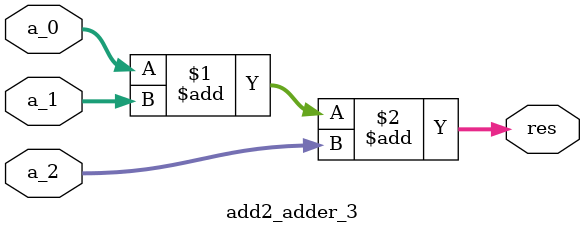
<source format=v>
module add1
#(parameter Size = 43, radix = 78)
(
	input [Size-1:0] a_0,
	input [Size-1:0] a_1,
	input [Size-1:0] a_2,
	input [Size-1:0] a_3,
	input [Size-1:0] a_4,
	input [Size-1:0] a_5,
	input [Size-1:0] a_6,
	input [Size-1:0] a_7,
	input [Size-1:0] a_8,
	input [Size-1:0] a_9,
	input [Size-1:0] a_10,
	input [Size-1:0] a_11,
	input [Size-1:0] a_12,
	input [Size-1:0] a_13,
	input [Size-1:0] a_14,
	output [radix*2-1:0] res_0,
	output [radix*2-1:0] res_1,
	output [radix*2-1:0] res_2
);
    //need modify depends on the size or the radix
	wire [radix*2-1:0] a_0_w = {113'b0,a_0};
	wire [radix*2-1:0] a_1_w = {96'b0,a_1,17'b0};  
	wire [radix*2-1:0] a_2_w = {79'b0,a_2,34'b0};  
	wire [radix*2-1:0] a_3_w = {62'b0,a_3,51'b0};  
	wire [radix*2-1:0] a_4_w = {45'b0,a_4,68'b0};  
	wire [radix*2-1:0] a_5_w = {87'b0,a_5,26'b0};  
	wire [radix*2-1:0] a_6_w = {70'b0,a_6,43'b0};  
	wire [radix*2-1:0] a_7_w = {53'b0,a_7,60'b0};  
	wire [radix*2-1:0] a_8_w = {36'b0,a_8,77'b0};  
	wire [radix*2-1:0] a_9_w = {19'b0,a_9,94'b0};  
	wire [radix*2-1:0] a_10_w = {61'b0,a_10,52'b0};
	wire [radix*2-1:0] a_11_w = {44'b0,a_11,69'b0};
	wire [radix*2-1:0] a_12_w = {27'b0,a_12,86'b0};
	wire [radix*2-1:0] a_13_w = {10'b0,a_13,103'b0};
	wire [radix*2-1:0] a_14_w = {a_14[35:0],120'b0};

	add2_adder_5#(.adder_size(radix*2)) add2_0(a_0_w,a_1_w,a_2_w,a_3_w,a_4_w,res_0);
	add2_adder_5#(.adder_size(radix*2)) add2_1(a_5_w,a_6_w,a_7_w,a_8_w,a_9_w,res_1);
	add2_adder_5#(.adder_size(radix*2)) add2_2(a_10_w,a_11_w,a_12_w,a_13_w,a_14_w,res_2);
endmodule

module add2_adder_5
#(parameter adder_size = 108)
(
	input [adder_size-1:0] a_0,
	input [adder_size-1:0] a_1,
	input [adder_size-1:0] a_2,
	input [adder_size-1:0] a_3,
	input [adder_size-1:0] a_4,
	output [adder_size-1:0] res
);
	assign res = a_0+a_1+a_2+a_3+a_4;
endmodule

module add2_adder_3
#(parameter adder_size = 108)
(
	input [adder_size-1:0] a_0,
	input [adder_size-1:0] a_1,
	input [adder_size-1:0] a_2,
	output [adder_size-1:0] res
);
	assign res = a_0+a_1+a_2;
endmodule
/*
module add2_adder_4
#(parameter adder_size = 108)
(
	input [adder_size-1:0] a_0,
	input [adder_size-1:0] a_1,
	input [adder_size-1:0] a_2,
	input [adder_size-1:0] a_3,
	output [adder_size-1:0] res
);
	assign res = a_0+a_1+a_2+a_3;
endmodule
*/
</source>
